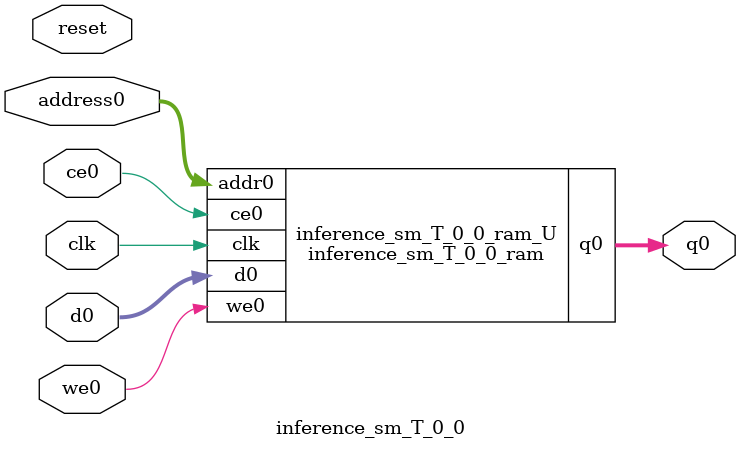
<source format=v>

`timescale 1 ns / 1 ps
module inference_sm_T_0_0_ram (addr0, ce0, d0, we0, q0,  clk);

parameter DWIDTH = 32;
parameter AWIDTH = 2;
parameter MEM_SIZE = 3;

input[AWIDTH-1:0] addr0;
input ce0;
input[DWIDTH-1:0] d0;
input we0;
output reg[DWIDTH-1:0] q0;
input clk;

(* ram_style = "distributed" *)reg [DWIDTH-1:0] ram[MEM_SIZE-1:0];




always @(posedge clk)  
begin 
    if (ce0) 
    begin
        if (we0) 
        begin 
            ram[addr0] <= d0; 
            q0 <= d0;
        end 
        else 
            q0 <= ram[addr0];
    end
end


endmodule


`timescale 1 ns / 1 ps
module inference_sm_T_0_0(
    reset,
    clk,
    address0,
    ce0,
    we0,
    d0,
    q0);

parameter DataWidth = 32'd32;
parameter AddressRange = 32'd3;
parameter AddressWidth = 32'd2;
input reset;
input clk;
input[AddressWidth - 1:0] address0;
input ce0;
input we0;
input[DataWidth - 1:0] d0;
output[DataWidth - 1:0] q0;



inference_sm_T_0_0_ram inference_sm_T_0_0_ram_U(
    .clk( clk ),
    .addr0( address0 ),
    .ce0( ce0 ),
    .d0( d0 ),
    .we0( we0 ),
    .q0( q0 ));

endmodule


</source>
